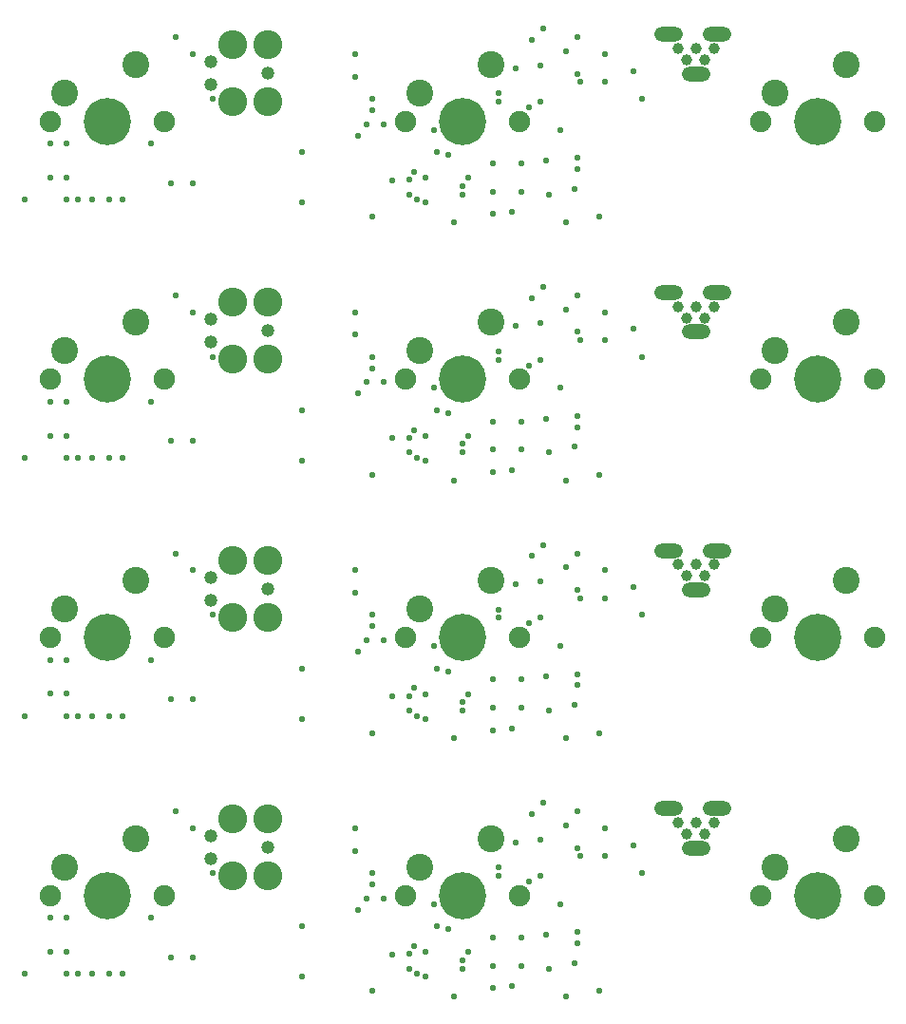
<source format=gts>
%FSLAX46Y46*%
%MOMM*%
%AMPS12*
1,1,2.400000,0.000000,0.000000*
%
%ADD12PS12*%
%AMPS16*
1,1,1.000000,0.000000,0.000000*
%
%ADD16PS16*%
%AMPS18*
1,1,0.550000,0.000000,0.000000*
%
%ADD18PS18*%
%AMPS17*
21,1,1.300000,1.300000,0.000000,0.000000,360.000000*
1,1,1.300000,-0.650000,0.000000*
1,1,1.300000,0.650000,0.000000*
%
%ADD17PS17*%
%AMPS10*
1,1,4.200000,0.000000,0.000000*
%
%ADD10PS10*%
%AMPS15*
1,1,1.190600,0.000000,0.000000*
%
%ADD15PS15*%
%AMPS11*
1,1,1.900000,0.000000,0.000000*
%
%ADD11PS11*%
%AMPS13*
1,1,2.575000,0.000000,0.000000*
%
%ADD13PS13*%
%AMPS14*
1,1,2.575000,0.000000,0.000000*
%
%ADD14PS14*%
G01*
G01*
%LPD*%
G75*
D10*
X18333334Y33000000D03*
D11*
X13253334Y33000000D03*
D12*
X14523334Y35540000D03*
D11*
X23413334Y33000000D03*
D12*
X20873334Y38080000D03*
D13*
X32687513Y39873333D03*
D13*
X29512513Y39873333D03*
D14*
X32687513Y34793333D03*
D15*
X27607513Y38349333D03*
D15*
X27607513Y36317333D03*
D15*
X32687513Y37333333D03*
D14*
X29512513Y34793333D03*
D10*
X50000000Y33000000D03*
D11*
X44920000Y33000000D03*
D12*
X46190000Y35540000D03*
D11*
X55080000Y33000000D03*
D12*
X52540000Y38080000D03*
D10*
X81666666Y33000000D03*
D11*
X76586666Y33000000D03*
D12*
X77856666Y35540000D03*
D11*
X86746666Y33000000D03*
D12*
X84206666Y38080000D03*
D16*
X69233335Y39500000D03*
D16*
X71633335Y38500000D03*
D17*
X70833335Y37250000D03*
D16*
X72433335Y39500000D03*
D16*
X70833335Y39500000D03*
D17*
X72733335Y40750000D03*
D17*
X68433335Y40750000D03*
D16*
X70033335Y38500000D03*
D18*
X53250000Y35500000D03*
D18*
X45750000Y28500000D03*
D18*
X59250000Y39250000D03*
D18*
X22250000Y31000000D03*
D18*
X40500000Y39000000D03*
D18*
X50000000Y27250000D03*
D18*
X46750000Y27950000D03*
D18*
X62250000Y24500000D03*
D18*
X60250000Y28750000D03*
D18*
X52750000Y26750000D03*
D18*
X49250000Y24000000D03*
D18*
X40750000Y31750000D03*
D18*
X62750000Y36500000D03*
D18*
X18500000Y26000000D03*
D18*
X15750000Y26000000D03*
D18*
X60250000Y37250000D03*
D18*
X42000000Y35000000D03*
D18*
X24000000Y27500000D03*
D18*
X14750000Y26000000D03*
D18*
X35750000Y25750000D03*
D18*
X11000000Y26000000D03*
D18*
X60500000Y36500000D03*
D18*
X56250000Y40250000D03*
D18*
X57000000Y38000000D03*
D18*
X13250000Y28000000D03*
D18*
X14750000Y28000000D03*
D18*
X43750000Y27750000D03*
D18*
X65250000Y37500000D03*
D18*
X24500000Y40500000D03*
D18*
X46750000Y25750000D03*
D18*
X58750000Y32250000D03*
D18*
X42000000Y24500000D03*
D18*
X57486091Y29513909D03*
D18*
X27750000Y35000000D03*
D18*
X60250000Y29750000D03*
D18*
X50000000Y26500000D03*
D18*
X42000000Y34000000D03*
D18*
X46000000Y26000000D03*
D18*
X60000000Y27000000D03*
D18*
X45250000Y27800000D03*
D18*
X60250000Y40500000D03*
D18*
X26000000Y27500000D03*
D18*
X52750000Y24750000D03*
D18*
X55250000Y29250000D03*
D18*
X59250000Y24000000D03*
D18*
X14750000Y31000000D03*
D18*
X54750000Y37750000D03*
D18*
X52750000Y29250000D03*
D18*
X13250000Y31000000D03*
D18*
X55250000Y26750000D03*
D18*
X66000000Y35000000D03*
D18*
X47500000Y32250000D03*
D18*
X53250000Y34750000D03*
D18*
X43000000Y32750000D03*
D18*
X45250000Y26500000D03*
D18*
X19750000Y26000000D03*
D18*
X41500000Y32750000D03*
D18*
X62750000Y39000000D03*
D18*
X35750000Y30250000D03*
D18*
X50500000Y27949998D03*
D18*
X40500000Y37000000D03*
D18*
X57250000Y41250000D03*
D18*
X56000000Y34250000D03*
D18*
X47750000Y30250000D03*
D18*
X57750000Y26500000D03*
D18*
X26000000Y39000000D03*
D18*
X17000000Y26000000D03*
D18*
X54476375Y24917313D03*
D18*
X48750000Y30000000D03*
D18*
X57000000Y34750000D03*
D10*
X18333334Y79000000D03*
D11*
X13253334Y79000000D03*
D12*
X14523334Y81540000D03*
D11*
X23413334Y79000000D03*
D12*
X20873334Y84080000D03*
D13*
X32687513Y85873333D03*
D13*
X29512513Y85873333D03*
D14*
X32687513Y80793333D03*
D15*
X27607513Y84349333D03*
D15*
X27607513Y82317333D03*
D15*
X32687513Y83333333D03*
D14*
X29512513Y80793333D03*
D10*
X50000000Y79000000D03*
D11*
X44920000Y79000000D03*
D12*
X46190000Y81540000D03*
D11*
X55080000Y79000000D03*
D12*
X52540000Y84080000D03*
D10*
X81666666Y79000000D03*
D11*
X76586666Y79000000D03*
D12*
X77856666Y81540000D03*
D11*
X86746666Y79000000D03*
D12*
X84206666Y84080000D03*
D16*
X69233335Y85500000D03*
D16*
X71633335Y84500000D03*
D17*
X70833335Y83250000D03*
D16*
X72433335Y85500000D03*
D16*
X70833335Y85500000D03*
D17*
X72733335Y86750000D03*
D17*
X68433335Y86750000D03*
D16*
X70033335Y84500000D03*
D18*
X53250000Y81500000D03*
D18*
X45750000Y74500000D03*
D18*
X59250000Y85250000D03*
D18*
X22250000Y77000000D03*
D18*
X40500000Y85000000D03*
D18*
X50000000Y73250000D03*
D18*
X46750000Y73950000D03*
D18*
X62250000Y70500000D03*
D18*
X60250000Y74750000D03*
D18*
X52750000Y72750000D03*
D18*
X49250000Y70000000D03*
D18*
X40750000Y77750000D03*
D18*
X62750000Y82500000D03*
D18*
X18500000Y72000000D03*
D18*
X15750000Y72000000D03*
D18*
X60250000Y83250000D03*
D18*
X42000000Y81000000D03*
D18*
X24000000Y73500000D03*
D18*
X14750000Y72000000D03*
D18*
X35750000Y71750000D03*
D18*
X11000000Y72000000D03*
D18*
X60500000Y82500000D03*
D18*
X56250000Y86250000D03*
D18*
X57000000Y84000000D03*
D18*
X13250000Y74000000D03*
D18*
X14750000Y74000000D03*
D18*
X43750000Y73750000D03*
D18*
X65250000Y83500000D03*
D18*
X24500000Y86500000D03*
D18*
X46750000Y71750000D03*
D18*
X58750000Y78250000D03*
D18*
X42000000Y70500000D03*
D18*
X57486091Y75513909D03*
D18*
X27750000Y81000000D03*
D18*
X60250000Y75750000D03*
D18*
X50000000Y72500000D03*
D18*
X42000000Y80000000D03*
D18*
X46000000Y72000000D03*
D18*
X60000000Y73000000D03*
D18*
X45250000Y73800000D03*
D18*
X60250000Y86500000D03*
D18*
X26000000Y73500000D03*
D18*
X52750000Y70750000D03*
D18*
X55250000Y75250000D03*
D18*
X59250000Y70000000D03*
D18*
X14750000Y77000000D03*
D18*
X54750000Y83750000D03*
D18*
X52750000Y75250000D03*
D18*
X13250000Y77000000D03*
D18*
X55250000Y72750000D03*
D18*
X66000000Y81000000D03*
D18*
X47500000Y78250000D03*
D18*
X53250000Y80750000D03*
D18*
X43000000Y78750000D03*
D18*
X45250000Y72500000D03*
D18*
X19750000Y72000000D03*
D18*
X41500000Y78750000D03*
D18*
X62750000Y85000000D03*
D18*
X35750000Y76250000D03*
D18*
X50500000Y73949998D03*
D18*
X40500000Y83000000D03*
D18*
X57250000Y87250000D03*
D18*
X56000000Y80250000D03*
D18*
X47750000Y76250000D03*
D18*
X57750000Y72500000D03*
D18*
X26000000Y85000000D03*
D18*
X17000000Y72000000D03*
D18*
X54476375Y70917313D03*
D18*
X48750000Y76000000D03*
D18*
X57000000Y80750000D03*
D10*
X18333334Y10000000D03*
D11*
X13253334Y10000000D03*
D12*
X14523334Y12540000D03*
D11*
X23413334Y10000000D03*
D12*
X20873334Y15080000D03*
D13*
X32687513Y16873333D03*
D13*
X29512513Y16873333D03*
D14*
X32687513Y11793333D03*
D15*
X27607513Y15349333D03*
D15*
X27607513Y13317333D03*
D15*
X32687513Y14333333D03*
D14*
X29512513Y11793333D03*
D10*
X50000000Y10000000D03*
D11*
X44920000Y10000000D03*
D12*
X46190000Y12540000D03*
D11*
X55080000Y10000000D03*
D12*
X52540000Y15080000D03*
D10*
X81666666Y10000000D03*
D11*
X76586666Y10000000D03*
D12*
X77856666Y12540000D03*
D11*
X86746666Y10000000D03*
D12*
X84206666Y15080000D03*
D16*
X69233335Y16500000D03*
D16*
X71633335Y15500000D03*
D17*
X70833335Y14250000D03*
D16*
X72433335Y16500000D03*
D16*
X70833335Y16500000D03*
D17*
X72733335Y17750000D03*
D17*
X68433335Y17750000D03*
D16*
X70033335Y15500000D03*
D18*
X53250000Y12500000D03*
D18*
X45750000Y5500000D03*
D18*
X59250000Y16250000D03*
D18*
X22250000Y8000000D03*
D18*
X40500000Y16000000D03*
D18*
X50000000Y4250000D03*
D18*
X46750000Y4950000D03*
D18*
X62250000Y1500000D03*
D18*
X60250000Y5750000D03*
D18*
X52750000Y3750000D03*
D18*
X49250000Y1000000D03*
D18*
X40750000Y8750000D03*
D18*
X62750000Y13500000D03*
D18*
X18500000Y3000000D03*
D18*
X15750000Y3000000D03*
D18*
X60250000Y14250000D03*
D18*
X42000000Y12000000D03*
D18*
X24000000Y4500000D03*
D18*
X14750000Y3000000D03*
D18*
X35750000Y2750000D03*
D18*
X11000000Y3000000D03*
D18*
X60500000Y13500000D03*
D18*
X56250000Y17250000D03*
D18*
X57000000Y15000000D03*
D18*
X13250000Y5000000D03*
D18*
X14750000Y5000000D03*
D18*
X43750000Y4750000D03*
D18*
X65250000Y14500000D03*
D18*
X24500000Y17500000D03*
D18*
X46750000Y2750000D03*
D18*
X58750000Y9250000D03*
D18*
X42000000Y1500000D03*
D18*
X57486091Y6513909D03*
D18*
X27750000Y12000000D03*
D18*
X60250000Y6750000D03*
D18*
X50000000Y3500000D03*
D18*
X42000000Y11000000D03*
D18*
X46000000Y3000000D03*
D18*
X60000000Y4000000D03*
D18*
X45250000Y4800000D03*
D18*
X60250000Y17500000D03*
D18*
X26000000Y4500000D03*
D18*
X52750000Y1750000D03*
D18*
X55250000Y6250000D03*
D18*
X59250000Y1000000D03*
D18*
X14750000Y8000000D03*
D18*
X54750000Y14750000D03*
D18*
X52750000Y6250000D03*
D18*
X13250000Y8000000D03*
D18*
X55250000Y3750000D03*
D18*
X66000000Y12000000D03*
D18*
X47500000Y9250000D03*
D18*
X53250000Y11750000D03*
D18*
X43000000Y9750000D03*
D18*
X45250000Y3500000D03*
D18*
X19750000Y3000000D03*
D18*
X41500000Y9750000D03*
D18*
X62750000Y16000000D03*
D18*
X35750000Y7250000D03*
D18*
X50500000Y4949998D03*
D18*
X40500000Y14000000D03*
D18*
X57250000Y18250000D03*
D18*
X56000000Y11250000D03*
D18*
X47750000Y7250000D03*
D18*
X57750000Y3500000D03*
D18*
X26000000Y16000000D03*
D18*
X17000000Y3000000D03*
D18*
X54476375Y1917313D03*
D18*
X48750000Y7000000D03*
D18*
X57000000Y11750000D03*
D10*
X18333334Y56000000D03*
D11*
X13253334Y56000000D03*
D12*
X14523334Y58540000D03*
D11*
X23413334Y56000000D03*
D12*
X20873334Y61080000D03*
D13*
X32687513Y62873333D03*
D13*
X29512513Y62873333D03*
D14*
X32687513Y57793333D03*
D15*
X27607513Y61349333D03*
D15*
X27607513Y59317333D03*
D15*
X32687513Y60333333D03*
D14*
X29512513Y57793333D03*
D10*
X50000000Y56000000D03*
D11*
X44920000Y56000000D03*
D12*
X46190000Y58540000D03*
D11*
X55080000Y56000000D03*
D12*
X52540000Y61080000D03*
D10*
X81666666Y56000000D03*
D11*
X76586666Y56000000D03*
D12*
X77856666Y58540000D03*
D11*
X86746666Y56000000D03*
D12*
X84206666Y61080000D03*
D16*
X69233335Y62500000D03*
D16*
X71633335Y61500000D03*
D17*
X70833335Y60250000D03*
D16*
X72433335Y62500000D03*
D16*
X70833335Y62500000D03*
D17*
X72733335Y63750000D03*
D17*
X68433335Y63750000D03*
D16*
X70033335Y61500000D03*
D18*
X53250000Y58500000D03*
D18*
X45750000Y51500000D03*
D18*
X59250000Y62250000D03*
D18*
X22250000Y54000000D03*
D18*
X40500000Y62000000D03*
D18*
X50000000Y50250000D03*
D18*
X46750000Y50950000D03*
D18*
X62250000Y47500000D03*
D18*
X60250000Y51750000D03*
D18*
X52750000Y49750000D03*
D18*
X49250000Y47000000D03*
D18*
X40750000Y54750000D03*
D18*
X62750000Y59500000D03*
D18*
X18500000Y49000000D03*
D18*
X15750000Y49000000D03*
D18*
X60250000Y60250000D03*
D18*
X42000000Y58000000D03*
D18*
X24000000Y50500000D03*
D18*
X14750000Y49000000D03*
D18*
X35750000Y48750000D03*
D18*
X11000000Y49000000D03*
D18*
X60500000Y59500000D03*
D18*
X56250000Y63250000D03*
D18*
X57000000Y61000000D03*
D18*
X13250000Y51000000D03*
D18*
X14750000Y51000000D03*
D18*
X43750000Y50750000D03*
D18*
X65250000Y60500000D03*
D18*
X24500000Y63500000D03*
D18*
X46750000Y48750000D03*
D18*
X58750000Y55250000D03*
D18*
X42000000Y47500000D03*
D18*
X57486091Y52513909D03*
D18*
X27750000Y58000000D03*
D18*
X60250000Y52750000D03*
D18*
X50000000Y49500000D03*
D18*
X42000000Y57000000D03*
D18*
X46000000Y49000000D03*
D18*
X60000000Y50000000D03*
D18*
X45250000Y50800000D03*
D18*
X60250000Y63500000D03*
D18*
X26000000Y50500000D03*
D18*
X52750000Y47750000D03*
D18*
X55250000Y52250000D03*
D18*
X59250000Y47000000D03*
D18*
X14750000Y54000000D03*
D18*
X54750000Y60750000D03*
D18*
X52750000Y52250000D03*
D18*
X13250000Y54000000D03*
D18*
X55250000Y49750000D03*
D18*
X66000000Y58000000D03*
D18*
X47500000Y55250000D03*
D18*
X53250000Y57750000D03*
D18*
X43000000Y55750000D03*
D18*
X45250000Y49500000D03*
D18*
X19750000Y49000000D03*
D18*
X41500000Y55750000D03*
D18*
X62750000Y62000000D03*
D18*
X35750000Y53250000D03*
D18*
X50500000Y50949998D03*
D18*
X40500000Y60000000D03*
D18*
X57250000Y64250000D03*
D18*
X56000000Y57250000D03*
D18*
X47750000Y53250000D03*
D18*
X57750000Y49500000D03*
D18*
X26000000Y62000000D03*
D18*
X17000000Y49000000D03*
D18*
X54476375Y47917313D03*
D18*
X48750000Y53000000D03*
D18*
X57000000Y57750000D03*
M02*

</source>
